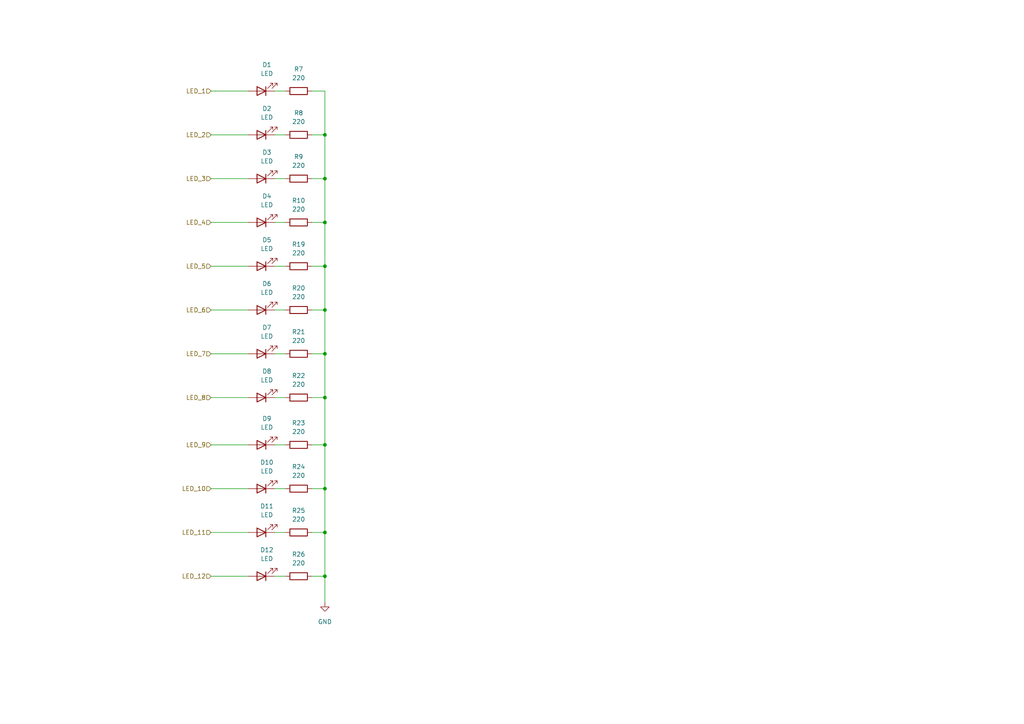
<source format=kicad_sch>
(kicad_sch (version 20211123) (generator eeschema)
  (paper "A4")
  (title_block (title "12 Bit CPU board") (date "2023-04-16") (rev "0.0") (company "The O Town Garage"))
  (lib_symbols
    (symbol "Device:LED" (pin_numbers hide) (pin_names (offset 1.016) hide)
      (property "Reference" "D" (at 0 2.54 0))
      (property "Value" "LED" (at 0 -2.54 0))
      (symbol "LED_0_1"
        (polyline (pts (xy -1.27 -1.27) (xy -1.27 1.27)) (stroke (width 0.254)))
        (polyline (pts (xy -1.27 0) (xy 1.27 0)))
        (polyline (pts (xy 1.27 -1.27) (xy 1.27 1.27) (xy -1.27 0) (xy 1.27 -1.27)) (stroke (width 0.254)))
        (polyline (pts (xy -3.048 -0.762) (xy -4.572 -2.286) (xy -3.81 -2.286) (xy -4.572 -2.286) (xy -4.572 -1.524)))
        (polyline (pts (xy -1.778 -0.762) (xy -3.302 -2.286) (xy -2.54 -2.286) (xy -3.302 -2.286) (xy -3.302 -1.524)))
      )
      (symbol "LED_1_1"
        (pin passive line (at -3.81 0 0) (length 2.54) (name "K") (number "1"))
        (pin passive line (at 3.81 0 180) (length 2.54) (name "A") (number "2"))
      )
    )
    (symbol "Device:R" (pin_numbers hide) (pin_names (offset 0))
      (property "Reference" "R" (at 2.032 0 90))
      (property "Value" "R" (at 0 0 90))
      (symbol "R_0_1"
        (rectangle (start -1.016 -2.54) (end 1.016 2.54) (stroke (width 0.254)))
      )
      (symbol "R_1_1"
        (pin passive line (at 0 3.81 270) (length 1.27) (name "~") (number "1"))
        (pin passive line (at 0 -3.81 90) (length 1.27) (name "~") (number "2"))
      )
    )
    (symbol "power:GND" (power) (pin_names (offset 0))
      (property "Value" "GND" (at 0 -3.81 0))
      (symbol "GND_0_1"
        (polyline (pts (xy 0 0) (xy 0 -1.27) (xy 1.27 -1.27) (xy 0 -2.54) (xy -1.27 -1.27) (xy 0 -1.27)))
      )
      (symbol "GND_1_1"
        (pin power_in line (at 0 0 270) (length 0) hide (name "GND") (number "1"))
      )
    )
  )
  (junction (at 94.234 77.216))
  (junction (at 94.234 154.432))
  (junction (at 94.234 102.616))
  (junction (at 94.234 64.516))
  (junction (at 94.234 141.732))
  (junction (at 94.234 89.916))
  (junction (at 94.234 167.132))
  (junction (at 94.234 51.816))
  (junction (at 94.234 129.032))
  (junction (at 94.234 115.316))
  (junction (at 94.234 39.116))
  (wire (pts (xy 61.214 115.316) (xy 72.009 115.316)))
  (wire (pts (xy 90.424 64.516) (xy 94.234 64.516)))
  (wire (pts (xy 61.214 51.816) (xy 72.009 51.816)))
  (wire (pts (xy 79.629 129.032) (xy 82.804 129.032)))
  (wire (pts (xy 61.214 167.132) (xy 72.009 167.132)))
  (wire (pts (xy 90.424 51.816) (xy 94.234 51.816)))
  (wire (pts (xy 79.629 102.616) (xy 82.804 102.616)))
  (wire (pts (xy 94.234 154.432) (xy 94.234 167.132)))
  (wire (pts (xy 79.629 141.732) (xy 82.804 141.732)))
  (wire (pts (xy 90.424 154.432) (xy 94.234 154.432)))
  (wire (pts (xy 79.629 39.116) (xy 82.804 39.116)))
  (wire (pts (xy 61.214 26.416) (xy 72.009 26.416)))
  (wire (pts (xy 90.424 141.732) (xy 94.234 141.732)))
  (wire (pts (xy 94.234 129.032) (xy 94.234 141.732)))
  (wire (pts (xy 94.234 167.132) (xy 94.234 174.752)))
  (wire (pts (xy 90.424 39.116) (xy 94.234 39.116)))
  (wire (pts (xy 79.629 26.416) (xy 82.804 26.416)))
  (wire (pts (xy 94.234 51.816) (xy 94.234 64.516)))
  (wire (pts (xy 79.629 89.916) (xy 82.804 89.916)))
  (wire (pts (xy 79.629 77.216) (xy 82.804 77.216)))
  (wire (pts (xy 90.424 102.616) (xy 94.234 102.616)))
  (wire (pts (xy 79.629 51.816) (xy 82.804 51.816)))
  (wire (pts (xy 61.214 129.032) (xy 72.009 129.032)))
  (wire (pts (xy 61.214 102.616) (xy 72.009 102.616)))
  (wire (pts (xy 90.424 115.316) (xy 94.234 115.316)))
  (wire (pts (xy 90.424 77.216) (xy 94.234 77.216)))
  (wire (pts (xy 79.629 115.316) (xy 82.804 115.316)))
  (wire (pts (xy 61.214 89.916) (xy 72.009 89.916)))
  (wire (pts (xy 79.629 64.516) (xy 82.804 64.516)))
  (wire (pts (xy 61.214 77.216) (xy 72.009 77.216)))
  (wire (pts (xy 94.234 39.116) (xy 94.234 51.816)))
  (wire (pts (xy 94.234 64.516) (xy 94.234 77.216)))
  (wire (pts (xy 90.424 26.416) (xy 94.234 26.416)))
  (wire (pts (xy 94.234 115.316) (xy 94.234 129.032)))
  (wire (pts (xy 94.234 89.916) (xy 94.234 102.616)))
  (wire (pts (xy 90.424 89.916) (xy 94.234 89.916)))
  (wire (pts (xy 94.234 77.216) (xy 94.234 89.916)))
  (wire (pts (xy 79.629 167.132) (xy 82.804 167.132)))
  (wire (pts (xy 61.214 154.432) (xy 72.009 154.432)))
  (wire (pts (xy 94.234 141.732) (xy 94.234 154.432)))
  (wire (pts (xy 90.424 129.032) (xy 94.234 129.032)))
  (wire (pts (xy 61.214 64.516) (xy 72.009 64.516)))
  (wire (pts (xy 61.214 141.732) (xy 72.009 141.732)))
  (wire (pts (xy 61.214 39.116) (xy 72.009 39.116)))
  (wire (pts (xy 79.629 154.432) (xy 82.804 154.432)))
  (wire (pts (xy 94.234 102.616) (xy 94.234 115.316)))
  (wire (pts (xy 90.424 167.132) (xy 94.234 167.132)))
  (wire (pts (xy 94.234 26.416) (xy 94.234 39.116)))
  (hierarchical_label "LED_7" (shape input) (at 61.214 102.616 180))
  (hierarchical_label "LED_12" (shape input) (at 61.214 167.132 180))
  (hierarchical_label "LED_11" (shape input) (at 61.214 154.432 180))
  (hierarchical_label "LED_8" (shape input) (at 61.214 115.316 180))
  (hierarchical_label "LED_2" (shape input) (at 61.214 39.116 180))
  (hierarchical_label "LED_4" (shape input) (at 61.214 64.516 180))
  (hierarchical_label "LED_3" (shape input) (at 61.214 51.816 180))
  (hierarchical_label "LED_10" (shape input) (at 61.214 141.732 180))
  (hierarchical_label "LED_1" (shape input) (at 61.214 26.416 180))
  (hierarchical_label "LED_6" (shape input) (at 61.214 89.916 180))
  (hierarchical_label "LED_9" (shape input) (at 61.214 129.032 180))
  (hierarchical_label "LED_5" (shape input) (at 61.214 77.216 180))
  (symbol (lib_id "Device:R") (at 86.614 141.732 90) (unit 1)
    (property "Reference" "R24" (at 86.614 135.382 90))
    (property "Value" "220" (at 86.614 137.922 90))
    (property "Footprint" "Resistor_SMD:R_1206_3216Metric_Pad1.30x1.75mm_HandSolder" (effects hide))
  )
  (symbol (lib_id "Device:R") (at 86.614 64.516 90) (unit 1)
    (property "Reference" "R10" (at 86.614 58.166 90))
    (property "Value" "220" (at 86.614 60.706 90))
    (property "Footprint" "Resistor_SMD:R_1206_3216Metric_Pad1.30x1.75mm_HandSolder" (effects hide))
  )
  (symbol (lib_id "Device:R") (at 86.614 167.132 90) (unit 1)
    (property "Reference" "R26" (at 86.614 160.782 90))
    (property "Value" "220" (at 86.614 163.322 90))
    (property "Footprint" "Resistor_SMD:R_1206_3216Metric_Pad1.30x1.75mm_HandSolder" (effects hide))
  )
  (symbol (lib_id "Device:LED") (at 75.819 167.132 180) (unit 1)
    (property "Reference" "D12" (at 77.4065 159.512 0))
    (property "Value" "LED" (at 77.4065 162.052 0))
    (property "Footprint" "Custom_lib:LED_1206_3216Metric_Pad1.42x1.75mm_HandSolder" (effects hide))
  )
  (symbol (lib_id "Device:LED") (at 75.819 141.732 180) (unit 1)
    (property "Reference" "D10" (at 77.4065 134.112 0))
    (property "Value" "LED" (at 77.4065 136.652 0))
    (property "Footprint" "Custom_lib:LED_1206_3216Metric_Pad1.42x1.75mm_HandSolder" (effects hide))
  )
  (symbol (lib_id "Device:R") (at 86.614 154.432 90) (unit 1)
    (property "Reference" "R25" (at 86.614 148.082 90))
    (property "Value" "220" (at 86.614 150.622 90))
    (property "Footprint" "Resistor_SMD:R_1206_3216Metric_Pad1.30x1.75mm_HandSolder" (effects hide))
  )
  (symbol (lib_id "Device:R") (at 86.614 115.316 90) (unit 1)
    (property "Reference" "R22" (at 86.614 108.966 90))
    (property "Value" "220" (at 86.614 111.506 90))
    (property "Footprint" "Resistor_SMD:R_1206_3216Metric_Pad1.30x1.75mm_HandSolder" (effects hide))
  )
  (symbol (lib_id "Device:R") (at 86.614 77.216 90) (unit 1)
    (property "Reference" "R19" (at 86.614 70.866 90))
    (property "Value" "220" (at 86.614 73.406 90))
    (property "Footprint" "Resistor_SMD:R_1206_3216Metric_Pad1.30x1.75mm_HandSolder" (effects hide))
  )
  (symbol (lib_id "Device:R") (at 86.614 89.916 90) (unit 1)
    (property "Reference" "R20" (at 86.614 83.566 90))
    (property "Value" "220" (at 86.614 86.106 90))
    (property "Footprint" "Resistor_SMD:R_1206_3216Metric_Pad1.30x1.75mm_HandSolder" (effects hide))
  )
  (symbol (lib_id "Device:LED") (at 75.819 39.116 180) (unit 1)
    (property "Reference" "D2" (at 77.4065 31.496 0))
    (property "Value" "LED" (at 77.4065 34.036 0))
    (property "Footprint" "Custom_lib:LED_1206_3216Metric_Pad1.42x1.75mm_HandSolder" (effects hide))
  )
  (symbol (lib_id "Device:R") (at 86.614 129.032 90) (unit 1)
    (property "Reference" "R23" (at 86.614 122.682 90))
    (property "Value" "220" (at 86.614 125.222 90))
    (property "Footprint" "Resistor_SMD:R_1206_3216Metric_Pad1.30x1.75mm_HandSolder" (effects hide))
  )
  (symbol (lib_id "Device:LED") (at 75.819 51.816 180) (unit 1)
    (property "Reference" "D3" (at 77.4065 44.196 0))
    (property "Value" "LED" (at 77.4065 46.736 0))
    (property "Footprint" "Custom_lib:LED_1206_3216Metric_Pad1.42x1.75mm_HandSolder" (effects hide))
  )
  (symbol (lib_id "Device:LED") (at 75.819 89.916 180) (unit 1)
    (property "Reference" "D6" (at 77.4065 82.296 0))
    (property "Value" "LED" (at 77.4065 84.836 0))
    (property "Footprint" "Custom_lib:LED_1206_3216Metric_Pad1.42x1.75mm_HandSolder" (effects hide))
  )
  (symbol (lib_id "Device:LED") (at 75.819 129.032 180) (unit 1)
    (property "Reference" "D9" (at 77.4065 121.412 0))
    (property "Value" "LED" (at 77.4065 123.952 0))
    (property "Footprint" "Custom_lib:LED_1206_3216Metric_Pad1.42x1.75mm_HandSolder" (effects hide))
  )
  (symbol (lib_id "Device:LED") (at 75.819 77.216 180) (unit 1)
    (property "Reference" "D5" (at 77.4065 69.596 0))
    (property "Value" "LED" (at 77.4065 72.136 0))
    (property "Footprint" "Custom_lib:LED_1206_3216Metric_Pad1.42x1.75mm_HandSolder" (effects hide))
  )
  (symbol (lib_id "Device:LED") (at 75.819 26.416 180) (unit 1)
    (property "Reference" "D1" (at 77.4065 18.796 0))
    (property "Value" "LED" (at 77.4065 21.336 0))
    (property "Footprint" "Custom_lib:LED_1206_3216Metric_Pad1.42x1.75mm_HandSolder" (effects hide))
  )
  (symbol (lib_id "power:GND") (at 94.234 174.752 0) (unit 1)
    (property "Reference" "#PWR02" (effects hide))
    (property "Value" "GND" (at 94.234 180.34 0))
  )
  (symbol (lib_id "Device:R") (at 86.614 51.816 90) (unit 1)
    (property "Reference" "R9" (at 86.614 45.466 90))
    (property "Value" "220" (at 86.614 48.006 90))
    (property "Footprint" "Resistor_SMD:R_1206_3216Metric_Pad1.30x1.75mm_HandSolder" (effects hide))
  )
  (symbol (lib_id "Device:R") (at 86.614 39.116 90) (unit 1)
    (property "Reference" "R8" (at 86.614 32.766 90))
    (property "Value" "220" (at 86.614 35.306 90))
    (property "Footprint" "Resistor_SMD:R_1206_3216Metric_Pad1.30x1.75mm_HandSolder" (effects hide))
  )
  (symbol (lib_id "Device:LED") (at 75.819 64.516 180) (unit 1)
    (property "Reference" "D4" (at 77.4065 56.896 0))
    (property "Value" "LED" (at 77.4065 59.436 0))
    (property "Footprint" "Custom_lib:LED_1206_3216Metric_Pad1.42x1.75mm_HandSolder" (effects hide))
  )
  (symbol (lib_id "Device:R") (at 86.614 102.616 90) (unit 1)
    (property "Reference" "R21" (at 86.614 96.266 90))
    (property "Value" "220" (at 86.614 98.806 90))
    (property "Footprint" "Resistor_SMD:R_1206_3216Metric_Pad1.30x1.75mm_HandSolder" (effects hide))
  )
  (symbol (lib_id "Device:LED") (at 75.819 154.432 180) (unit 1)
    (property "Reference" "D11" (at 77.4065 146.812 0))
    (property "Value" "LED" (at 77.4065 149.352 0))
    (property "Footprint" "Custom_lib:LED_1206_3216Metric_Pad1.42x1.75mm_HandSolder" (effects hide))
  )
  (symbol (lib_id "Device:LED") (at 75.819 115.316 180) (unit 1)
    (property "Reference" "D8" (at 77.4065 107.696 0))
    (property "Value" "LED" (at 77.4065 110.236 0))
    (property "Footprint" "Custom_lib:LED_1206_3216Metric_Pad1.42x1.75mm_HandSolder" (effects hide))
  )
  (symbol (lib_id "Device:LED") (at 75.819 102.616 180) (unit 1)
    (property "Reference" "D7" (at 77.4065 94.996 0))
    (property "Value" "LED" (at 77.4065 97.536 0))
    (property "Footprint" "Custom_lib:LED_1206_3216Metric_Pad1.42x1.75mm_HandSolder" (effects hide))
  )
  (symbol (lib_id "Device:R") (at 86.614 26.416 90) (unit 1)
    (property "Reference" "R7" (at 86.614 20.066 90))
    (property "Value" "220" (at 86.614 22.606 90))
    (property "Footprint" "Resistor_SMD:R_1206_3216Metric_Pad1.30x1.75mm_HandSolder" (effects hide))
  )
)
</source>
